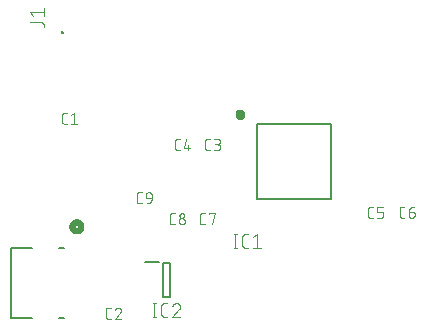
<source format=gbr>
G04 EAGLE Gerber RS-274X export*
G75*
%MOMM*%
%FSLAX34Y34*%
%LPD*%
%INSilkscreen Top*%
%IPPOS*%
%AMOC8*
5,1,8,0,0,1.08239X$1,22.5*%
G01*
%ADD10C,0.076200*%
%ADD11C,0.200000*%
%ADD12C,0.400000*%
%ADD13C,0.101600*%
%ADD14C,0.200000*%
%ADD15C,0.152400*%
%ADD16C,0.508000*%


D10*
X42818Y185661D02*
X40729Y185661D01*
X40640Y185663D01*
X40552Y185669D01*
X40464Y185678D01*
X40376Y185691D01*
X40289Y185708D01*
X40203Y185728D01*
X40118Y185753D01*
X40033Y185780D01*
X39950Y185812D01*
X39869Y185846D01*
X39789Y185885D01*
X39711Y185926D01*
X39634Y185971D01*
X39560Y186019D01*
X39487Y186070D01*
X39417Y186124D01*
X39350Y186182D01*
X39284Y186242D01*
X39222Y186304D01*
X39162Y186370D01*
X39104Y186437D01*
X39050Y186507D01*
X38999Y186580D01*
X38951Y186654D01*
X38906Y186731D01*
X38865Y186809D01*
X38826Y186889D01*
X38792Y186970D01*
X38760Y187053D01*
X38733Y187138D01*
X38708Y187223D01*
X38688Y187309D01*
X38671Y187396D01*
X38658Y187484D01*
X38649Y187572D01*
X38643Y187660D01*
X38641Y187749D01*
X38641Y192971D01*
X38643Y193062D01*
X38649Y193153D01*
X38659Y193244D01*
X38673Y193334D01*
X38690Y193423D01*
X38712Y193511D01*
X38738Y193599D01*
X38767Y193685D01*
X38800Y193770D01*
X38837Y193853D01*
X38877Y193935D01*
X38921Y194015D01*
X38968Y194093D01*
X39019Y194169D01*
X39072Y194242D01*
X39129Y194313D01*
X39190Y194382D01*
X39253Y194447D01*
X39318Y194510D01*
X39387Y194570D01*
X39458Y194628D01*
X39531Y194681D01*
X39607Y194732D01*
X39685Y194779D01*
X39765Y194823D01*
X39847Y194863D01*
X39930Y194900D01*
X40015Y194933D01*
X40101Y194962D01*
X40189Y194988D01*
X40277Y195010D01*
X40366Y195027D01*
X40456Y195041D01*
X40547Y195051D01*
X40638Y195057D01*
X40729Y195059D01*
X42818Y195059D01*
X46287Y192971D02*
X48897Y195059D01*
X48897Y185661D01*
X46287Y185661D02*
X51508Y185661D01*
X77601Y20541D02*
X79689Y20541D01*
X77601Y20541D02*
X77512Y20543D01*
X77424Y20549D01*
X77336Y20558D01*
X77248Y20571D01*
X77161Y20588D01*
X77075Y20608D01*
X76990Y20633D01*
X76905Y20660D01*
X76822Y20692D01*
X76741Y20726D01*
X76661Y20765D01*
X76583Y20806D01*
X76506Y20851D01*
X76432Y20899D01*
X76359Y20950D01*
X76289Y21004D01*
X76222Y21062D01*
X76156Y21122D01*
X76094Y21184D01*
X76034Y21250D01*
X75976Y21317D01*
X75922Y21387D01*
X75871Y21460D01*
X75823Y21534D01*
X75778Y21611D01*
X75737Y21689D01*
X75698Y21769D01*
X75664Y21850D01*
X75632Y21933D01*
X75605Y22018D01*
X75580Y22103D01*
X75560Y22189D01*
X75543Y22276D01*
X75530Y22364D01*
X75521Y22452D01*
X75515Y22540D01*
X75513Y22629D01*
X75512Y22629D02*
X75512Y27851D01*
X75513Y27851D02*
X75515Y27942D01*
X75521Y28033D01*
X75531Y28124D01*
X75545Y28214D01*
X75562Y28303D01*
X75584Y28391D01*
X75610Y28479D01*
X75639Y28565D01*
X75672Y28650D01*
X75709Y28733D01*
X75749Y28815D01*
X75793Y28895D01*
X75840Y28973D01*
X75891Y29049D01*
X75944Y29122D01*
X76001Y29193D01*
X76062Y29262D01*
X76125Y29327D01*
X76190Y29390D01*
X76259Y29450D01*
X76330Y29508D01*
X76403Y29561D01*
X76479Y29612D01*
X76557Y29659D01*
X76637Y29703D01*
X76719Y29743D01*
X76802Y29780D01*
X76887Y29813D01*
X76973Y29842D01*
X77061Y29868D01*
X77149Y29890D01*
X77238Y29907D01*
X77328Y29921D01*
X77419Y29931D01*
X77510Y29937D01*
X77601Y29939D01*
X79689Y29939D01*
X86030Y29940D02*
X86125Y29938D01*
X86219Y29932D01*
X86313Y29923D01*
X86407Y29910D01*
X86500Y29893D01*
X86592Y29872D01*
X86684Y29847D01*
X86774Y29819D01*
X86863Y29787D01*
X86951Y29752D01*
X87037Y29713D01*
X87122Y29671D01*
X87205Y29625D01*
X87286Y29576D01*
X87365Y29524D01*
X87442Y29469D01*
X87516Y29410D01*
X87588Y29349D01*
X87658Y29285D01*
X87725Y29218D01*
X87789Y29148D01*
X87850Y29076D01*
X87909Y29002D01*
X87964Y28925D01*
X88016Y28846D01*
X88065Y28765D01*
X88111Y28682D01*
X88153Y28597D01*
X88192Y28511D01*
X88227Y28423D01*
X88259Y28334D01*
X88287Y28244D01*
X88312Y28152D01*
X88333Y28060D01*
X88350Y27967D01*
X88363Y27873D01*
X88372Y27779D01*
X88378Y27685D01*
X88380Y27590D01*
X86030Y29939D02*
X85922Y29937D01*
X85813Y29931D01*
X85705Y29921D01*
X85598Y29908D01*
X85491Y29890D01*
X85384Y29869D01*
X85279Y29844D01*
X85174Y29815D01*
X85071Y29783D01*
X84969Y29746D01*
X84868Y29706D01*
X84769Y29663D01*
X84671Y29616D01*
X84575Y29565D01*
X84481Y29511D01*
X84389Y29454D01*
X84299Y29393D01*
X84211Y29329D01*
X84126Y29263D01*
X84043Y29193D01*
X83963Y29120D01*
X83885Y29044D01*
X83810Y28966D01*
X83738Y28885D01*
X83669Y28801D01*
X83603Y28715D01*
X83540Y28627D01*
X83481Y28536D01*
X83424Y28444D01*
X83371Y28349D01*
X83322Y28253D01*
X83276Y28154D01*
X83233Y28055D01*
X83194Y27953D01*
X83159Y27851D01*
X87596Y25762D02*
X87665Y25831D01*
X87731Y25902D01*
X87795Y25975D01*
X87856Y26051D01*
X87914Y26130D01*
X87968Y26210D01*
X88020Y26293D01*
X88068Y26377D01*
X88114Y26463D01*
X88155Y26551D01*
X88194Y26641D01*
X88229Y26732D01*
X88260Y26824D01*
X88288Y26917D01*
X88312Y27011D01*
X88332Y27106D01*
X88349Y27202D01*
X88362Y27299D01*
X88371Y27396D01*
X88377Y27493D01*
X88379Y27590D01*
X87596Y25762D02*
X83158Y20541D01*
X88379Y20541D01*
X161701Y163101D02*
X163789Y163101D01*
X161701Y163101D02*
X161612Y163103D01*
X161524Y163109D01*
X161436Y163118D01*
X161348Y163131D01*
X161261Y163148D01*
X161175Y163168D01*
X161090Y163193D01*
X161005Y163220D01*
X160922Y163252D01*
X160841Y163286D01*
X160761Y163325D01*
X160683Y163366D01*
X160606Y163411D01*
X160532Y163459D01*
X160459Y163510D01*
X160389Y163564D01*
X160322Y163622D01*
X160256Y163682D01*
X160194Y163744D01*
X160134Y163810D01*
X160076Y163877D01*
X160022Y163947D01*
X159971Y164020D01*
X159923Y164094D01*
X159878Y164171D01*
X159837Y164249D01*
X159798Y164329D01*
X159764Y164410D01*
X159732Y164493D01*
X159705Y164578D01*
X159680Y164663D01*
X159660Y164749D01*
X159643Y164836D01*
X159630Y164924D01*
X159621Y165012D01*
X159615Y165100D01*
X159613Y165189D01*
X159612Y165189D02*
X159612Y170411D01*
X159613Y170411D02*
X159615Y170502D01*
X159621Y170593D01*
X159631Y170684D01*
X159645Y170774D01*
X159662Y170863D01*
X159684Y170951D01*
X159710Y171039D01*
X159739Y171125D01*
X159772Y171210D01*
X159809Y171293D01*
X159849Y171375D01*
X159893Y171455D01*
X159940Y171533D01*
X159991Y171609D01*
X160044Y171682D01*
X160101Y171753D01*
X160162Y171822D01*
X160225Y171887D01*
X160290Y171950D01*
X160359Y172010D01*
X160430Y172068D01*
X160503Y172121D01*
X160579Y172172D01*
X160657Y172219D01*
X160737Y172263D01*
X160819Y172303D01*
X160902Y172340D01*
X160987Y172373D01*
X161073Y172402D01*
X161161Y172428D01*
X161249Y172450D01*
X161338Y172467D01*
X161428Y172481D01*
X161519Y172491D01*
X161610Y172497D01*
X161701Y172499D01*
X163789Y172499D01*
X167258Y163101D02*
X169868Y163101D01*
X169969Y163103D01*
X170070Y163109D01*
X170171Y163119D01*
X170271Y163132D01*
X170371Y163150D01*
X170470Y163171D01*
X170568Y163197D01*
X170665Y163226D01*
X170761Y163258D01*
X170855Y163295D01*
X170948Y163335D01*
X171040Y163379D01*
X171129Y163426D01*
X171217Y163477D01*
X171303Y163531D01*
X171386Y163588D01*
X171468Y163648D01*
X171546Y163712D01*
X171623Y163778D01*
X171696Y163848D01*
X171767Y163920D01*
X171835Y163995D01*
X171900Y164073D01*
X171962Y164153D01*
X172021Y164235D01*
X172077Y164320D01*
X172129Y164406D01*
X172178Y164495D01*
X172224Y164586D01*
X172265Y164678D01*
X172304Y164772D01*
X172338Y164867D01*
X172369Y164963D01*
X172396Y165061D01*
X172420Y165159D01*
X172439Y165259D01*
X172455Y165359D01*
X172467Y165459D01*
X172475Y165560D01*
X172479Y165661D01*
X172479Y165763D01*
X172475Y165864D01*
X172467Y165965D01*
X172455Y166065D01*
X172439Y166165D01*
X172420Y166265D01*
X172396Y166363D01*
X172369Y166461D01*
X172338Y166557D01*
X172304Y166652D01*
X172265Y166746D01*
X172224Y166838D01*
X172178Y166929D01*
X172129Y167017D01*
X172077Y167104D01*
X172021Y167189D01*
X171962Y167271D01*
X171900Y167351D01*
X171835Y167429D01*
X171767Y167504D01*
X171696Y167576D01*
X171623Y167646D01*
X171546Y167712D01*
X171468Y167776D01*
X171386Y167836D01*
X171303Y167893D01*
X171217Y167947D01*
X171129Y167998D01*
X171040Y168045D01*
X170948Y168089D01*
X170855Y168129D01*
X170761Y168166D01*
X170665Y168198D01*
X170568Y168227D01*
X170470Y168253D01*
X170371Y168274D01*
X170271Y168292D01*
X170171Y168305D01*
X170070Y168315D01*
X169969Y168321D01*
X169868Y168323D01*
X170391Y172499D02*
X167258Y172499D01*
X170391Y172499D02*
X170481Y172497D01*
X170570Y172491D01*
X170660Y172482D01*
X170749Y172468D01*
X170837Y172451D01*
X170924Y172430D01*
X171011Y172405D01*
X171096Y172376D01*
X171180Y172344D01*
X171262Y172309D01*
X171343Y172269D01*
X171422Y172227D01*
X171499Y172181D01*
X171574Y172131D01*
X171647Y172079D01*
X171718Y172023D01*
X171786Y171965D01*
X171851Y171903D01*
X171914Y171839D01*
X171974Y171772D01*
X172031Y171703D01*
X172085Y171631D01*
X172136Y171557D01*
X172184Y171481D01*
X172228Y171403D01*
X172269Y171323D01*
X172307Y171241D01*
X172341Y171158D01*
X172371Y171073D01*
X172398Y170987D01*
X172421Y170901D01*
X172440Y170813D01*
X172455Y170724D01*
X172467Y170635D01*
X172475Y170546D01*
X172479Y170456D01*
X172479Y170366D01*
X172475Y170276D01*
X172467Y170187D01*
X172455Y170098D01*
X172440Y170009D01*
X172421Y169921D01*
X172398Y169835D01*
X172371Y169749D01*
X172341Y169664D01*
X172307Y169581D01*
X172269Y169499D01*
X172228Y169419D01*
X172184Y169341D01*
X172136Y169265D01*
X172085Y169191D01*
X172031Y169119D01*
X171974Y169050D01*
X171914Y168983D01*
X171851Y168919D01*
X171786Y168857D01*
X171718Y168799D01*
X171647Y168743D01*
X171574Y168691D01*
X171499Y168641D01*
X171422Y168595D01*
X171343Y168553D01*
X171262Y168513D01*
X171180Y168478D01*
X171096Y168446D01*
X171011Y168417D01*
X170924Y168392D01*
X170837Y168371D01*
X170749Y168354D01*
X170660Y168340D01*
X170570Y168331D01*
X170481Y168325D01*
X170391Y168323D01*
X170391Y168322D02*
X168302Y168322D01*
X138389Y163101D02*
X136301Y163101D01*
X136212Y163103D01*
X136124Y163109D01*
X136036Y163118D01*
X135948Y163131D01*
X135861Y163148D01*
X135775Y163168D01*
X135690Y163193D01*
X135605Y163220D01*
X135522Y163252D01*
X135441Y163286D01*
X135361Y163325D01*
X135283Y163366D01*
X135206Y163411D01*
X135132Y163459D01*
X135059Y163510D01*
X134989Y163564D01*
X134922Y163622D01*
X134856Y163682D01*
X134794Y163744D01*
X134734Y163810D01*
X134676Y163877D01*
X134622Y163947D01*
X134571Y164020D01*
X134523Y164094D01*
X134478Y164171D01*
X134437Y164249D01*
X134398Y164329D01*
X134364Y164410D01*
X134332Y164493D01*
X134305Y164578D01*
X134280Y164663D01*
X134260Y164749D01*
X134243Y164836D01*
X134230Y164924D01*
X134221Y165012D01*
X134215Y165100D01*
X134213Y165189D01*
X134212Y165189D02*
X134212Y170411D01*
X134213Y170411D02*
X134215Y170502D01*
X134221Y170593D01*
X134231Y170684D01*
X134245Y170774D01*
X134262Y170863D01*
X134284Y170951D01*
X134310Y171039D01*
X134339Y171125D01*
X134372Y171210D01*
X134409Y171293D01*
X134449Y171375D01*
X134493Y171455D01*
X134540Y171533D01*
X134591Y171609D01*
X134644Y171682D01*
X134701Y171753D01*
X134762Y171822D01*
X134825Y171887D01*
X134890Y171950D01*
X134959Y172010D01*
X135030Y172068D01*
X135103Y172121D01*
X135179Y172172D01*
X135257Y172219D01*
X135337Y172263D01*
X135419Y172303D01*
X135502Y172340D01*
X135587Y172373D01*
X135673Y172402D01*
X135761Y172428D01*
X135849Y172450D01*
X135938Y172467D01*
X136028Y172481D01*
X136119Y172491D01*
X136210Y172497D01*
X136301Y172499D01*
X138389Y172499D01*
X143946Y172499D02*
X141858Y165189D01*
X147079Y165189D01*
X145513Y167278D02*
X145513Y163101D01*
X299789Y105951D02*
X301878Y105951D01*
X299789Y105951D02*
X299700Y105953D01*
X299612Y105959D01*
X299524Y105968D01*
X299436Y105981D01*
X299349Y105998D01*
X299263Y106018D01*
X299178Y106043D01*
X299093Y106070D01*
X299010Y106102D01*
X298929Y106136D01*
X298849Y106175D01*
X298771Y106216D01*
X298694Y106261D01*
X298620Y106309D01*
X298547Y106360D01*
X298477Y106414D01*
X298410Y106472D01*
X298344Y106532D01*
X298282Y106594D01*
X298222Y106660D01*
X298164Y106727D01*
X298110Y106797D01*
X298059Y106870D01*
X298011Y106944D01*
X297966Y107021D01*
X297925Y107099D01*
X297886Y107179D01*
X297852Y107260D01*
X297820Y107343D01*
X297793Y107428D01*
X297768Y107513D01*
X297748Y107599D01*
X297731Y107686D01*
X297718Y107774D01*
X297709Y107862D01*
X297703Y107950D01*
X297701Y108039D01*
X297701Y113261D01*
X297703Y113352D01*
X297709Y113443D01*
X297719Y113534D01*
X297733Y113624D01*
X297750Y113713D01*
X297772Y113801D01*
X297798Y113889D01*
X297827Y113975D01*
X297860Y114060D01*
X297897Y114143D01*
X297937Y114225D01*
X297981Y114305D01*
X298028Y114383D01*
X298079Y114459D01*
X298132Y114532D01*
X298189Y114603D01*
X298250Y114672D01*
X298313Y114737D01*
X298378Y114800D01*
X298447Y114860D01*
X298518Y114918D01*
X298591Y114971D01*
X298667Y115022D01*
X298745Y115069D01*
X298825Y115113D01*
X298907Y115153D01*
X298990Y115190D01*
X299075Y115223D01*
X299161Y115252D01*
X299249Y115278D01*
X299337Y115300D01*
X299426Y115317D01*
X299516Y115331D01*
X299607Y115341D01*
X299698Y115347D01*
X299789Y115349D01*
X301878Y115349D01*
X305347Y105951D02*
X308479Y105951D01*
X308568Y105953D01*
X308656Y105959D01*
X308744Y105968D01*
X308832Y105981D01*
X308919Y105998D01*
X309005Y106018D01*
X309090Y106043D01*
X309175Y106070D01*
X309258Y106102D01*
X309339Y106136D01*
X309419Y106175D01*
X309497Y106216D01*
X309574Y106261D01*
X309648Y106309D01*
X309721Y106360D01*
X309791Y106414D01*
X309858Y106472D01*
X309924Y106532D01*
X309986Y106594D01*
X310046Y106660D01*
X310104Y106727D01*
X310158Y106797D01*
X310209Y106870D01*
X310257Y106944D01*
X310302Y107021D01*
X310343Y107099D01*
X310382Y107179D01*
X310416Y107260D01*
X310448Y107343D01*
X310475Y107428D01*
X310500Y107513D01*
X310520Y107599D01*
X310537Y107686D01*
X310550Y107774D01*
X310559Y107862D01*
X310565Y107950D01*
X310567Y108039D01*
X310568Y108039D02*
X310568Y109084D01*
X310567Y109084D02*
X310565Y109173D01*
X310559Y109261D01*
X310550Y109349D01*
X310537Y109437D01*
X310520Y109524D01*
X310500Y109610D01*
X310475Y109695D01*
X310448Y109780D01*
X310416Y109863D01*
X310382Y109944D01*
X310343Y110024D01*
X310302Y110102D01*
X310257Y110179D01*
X310209Y110253D01*
X310158Y110326D01*
X310104Y110396D01*
X310046Y110463D01*
X309986Y110529D01*
X309924Y110591D01*
X309858Y110651D01*
X309791Y110709D01*
X309721Y110763D01*
X309648Y110814D01*
X309574Y110862D01*
X309497Y110907D01*
X309419Y110948D01*
X309339Y110987D01*
X309258Y111021D01*
X309175Y111053D01*
X309090Y111080D01*
X309005Y111105D01*
X308919Y111125D01*
X308832Y111142D01*
X308744Y111155D01*
X308656Y111164D01*
X308568Y111170D01*
X308479Y111172D01*
X305347Y111172D01*
X305347Y115349D01*
X310568Y115349D01*
X326459Y105951D02*
X328548Y105951D01*
X326459Y105951D02*
X326370Y105953D01*
X326282Y105959D01*
X326194Y105968D01*
X326106Y105981D01*
X326019Y105998D01*
X325933Y106018D01*
X325848Y106043D01*
X325763Y106070D01*
X325680Y106102D01*
X325599Y106136D01*
X325519Y106175D01*
X325441Y106216D01*
X325364Y106261D01*
X325290Y106309D01*
X325217Y106360D01*
X325147Y106414D01*
X325080Y106472D01*
X325014Y106532D01*
X324952Y106594D01*
X324892Y106660D01*
X324834Y106727D01*
X324780Y106797D01*
X324729Y106870D01*
X324681Y106944D01*
X324636Y107021D01*
X324595Y107099D01*
X324556Y107179D01*
X324522Y107260D01*
X324490Y107343D01*
X324463Y107428D01*
X324438Y107513D01*
X324418Y107599D01*
X324401Y107686D01*
X324388Y107774D01*
X324379Y107862D01*
X324373Y107950D01*
X324371Y108039D01*
X324371Y113261D01*
X324373Y113352D01*
X324379Y113443D01*
X324389Y113534D01*
X324403Y113624D01*
X324420Y113713D01*
X324442Y113801D01*
X324468Y113889D01*
X324497Y113975D01*
X324530Y114060D01*
X324567Y114143D01*
X324607Y114225D01*
X324651Y114305D01*
X324698Y114383D01*
X324749Y114459D01*
X324802Y114532D01*
X324859Y114603D01*
X324920Y114672D01*
X324983Y114737D01*
X325048Y114800D01*
X325117Y114860D01*
X325188Y114918D01*
X325261Y114971D01*
X325337Y115022D01*
X325415Y115069D01*
X325495Y115113D01*
X325577Y115153D01*
X325660Y115190D01*
X325745Y115223D01*
X325831Y115252D01*
X325919Y115278D01*
X326007Y115300D01*
X326096Y115317D01*
X326186Y115331D01*
X326277Y115341D01*
X326368Y115347D01*
X326459Y115349D01*
X328548Y115349D01*
X332017Y111172D02*
X335149Y111172D01*
X335238Y111170D01*
X335326Y111164D01*
X335414Y111155D01*
X335502Y111142D01*
X335589Y111125D01*
X335675Y111105D01*
X335760Y111080D01*
X335845Y111053D01*
X335928Y111021D01*
X336009Y110987D01*
X336089Y110948D01*
X336167Y110907D01*
X336244Y110862D01*
X336318Y110814D01*
X336391Y110763D01*
X336461Y110709D01*
X336528Y110651D01*
X336594Y110591D01*
X336656Y110529D01*
X336716Y110463D01*
X336774Y110396D01*
X336828Y110326D01*
X336879Y110253D01*
X336927Y110179D01*
X336972Y110102D01*
X337013Y110024D01*
X337052Y109944D01*
X337086Y109863D01*
X337118Y109780D01*
X337145Y109695D01*
X337170Y109610D01*
X337190Y109524D01*
X337207Y109437D01*
X337220Y109349D01*
X337229Y109261D01*
X337235Y109173D01*
X337237Y109084D01*
X337238Y109084D02*
X337238Y108562D01*
X337236Y108461D01*
X337230Y108360D01*
X337220Y108259D01*
X337207Y108159D01*
X337189Y108059D01*
X337168Y107960D01*
X337142Y107862D01*
X337113Y107765D01*
X337081Y107669D01*
X337044Y107575D01*
X337004Y107482D01*
X336960Y107390D01*
X336913Y107301D01*
X336862Y107213D01*
X336808Y107127D01*
X336751Y107044D01*
X336691Y106962D01*
X336627Y106884D01*
X336561Y106807D01*
X336491Y106734D01*
X336419Y106663D01*
X336344Y106595D01*
X336266Y106530D01*
X336186Y106468D01*
X336104Y106409D01*
X336019Y106353D01*
X335932Y106301D01*
X335844Y106252D01*
X335753Y106206D01*
X335661Y106165D01*
X335567Y106126D01*
X335472Y106092D01*
X335376Y106061D01*
X335278Y106034D01*
X335180Y106010D01*
X335080Y105991D01*
X334980Y105975D01*
X334880Y105963D01*
X334779Y105955D01*
X334678Y105951D01*
X334576Y105951D01*
X334475Y105955D01*
X334374Y105963D01*
X334274Y105975D01*
X334174Y105991D01*
X334074Y106010D01*
X333976Y106034D01*
X333878Y106061D01*
X333782Y106092D01*
X333687Y106126D01*
X333593Y106165D01*
X333501Y106206D01*
X333410Y106252D01*
X333322Y106301D01*
X333235Y106353D01*
X333150Y106409D01*
X333068Y106468D01*
X332988Y106530D01*
X332910Y106595D01*
X332835Y106663D01*
X332763Y106734D01*
X332693Y106807D01*
X332627Y106884D01*
X332563Y106962D01*
X332503Y107044D01*
X332446Y107127D01*
X332392Y107213D01*
X332341Y107301D01*
X332294Y107390D01*
X332250Y107482D01*
X332210Y107575D01*
X332173Y107669D01*
X332141Y107765D01*
X332112Y107862D01*
X332086Y107960D01*
X332065Y108059D01*
X332047Y108159D01*
X332034Y108259D01*
X332024Y108360D01*
X332018Y108461D01*
X332016Y108562D01*
X332017Y108562D02*
X332017Y111172D01*
X332019Y111301D01*
X332025Y111429D01*
X332035Y111557D01*
X332049Y111685D01*
X332066Y111813D01*
X332088Y111940D01*
X332114Y112066D01*
X332143Y112191D01*
X332176Y112315D01*
X332214Y112438D01*
X332254Y112560D01*
X332299Y112681D01*
X332347Y112800D01*
X332399Y112918D01*
X332455Y113034D01*
X332514Y113148D01*
X332577Y113260D01*
X332643Y113371D01*
X332712Y113479D01*
X332785Y113585D01*
X332861Y113689D01*
X332940Y113791D01*
X333022Y113890D01*
X333107Y113986D01*
X333195Y114080D01*
X333286Y114171D01*
X333380Y114259D01*
X333476Y114344D01*
X333575Y114426D01*
X333677Y114505D01*
X333781Y114581D01*
X333887Y114654D01*
X333995Y114723D01*
X334105Y114789D01*
X334218Y114852D01*
X334332Y114911D01*
X334448Y114967D01*
X334566Y115019D01*
X334685Y115067D01*
X334806Y115112D01*
X334928Y115152D01*
X335051Y115190D01*
X335175Y115223D01*
X335300Y115252D01*
X335426Y115278D01*
X335553Y115300D01*
X335681Y115317D01*
X335809Y115331D01*
X335937Y115341D01*
X336065Y115347D01*
X336194Y115349D01*
X159358Y100551D02*
X157269Y100551D01*
X157180Y100553D01*
X157092Y100559D01*
X157004Y100568D01*
X156916Y100581D01*
X156829Y100598D01*
X156743Y100618D01*
X156658Y100643D01*
X156573Y100670D01*
X156490Y100702D01*
X156409Y100736D01*
X156329Y100775D01*
X156251Y100816D01*
X156174Y100861D01*
X156100Y100909D01*
X156027Y100960D01*
X155957Y101014D01*
X155890Y101072D01*
X155824Y101132D01*
X155762Y101194D01*
X155702Y101260D01*
X155644Y101327D01*
X155590Y101397D01*
X155539Y101470D01*
X155491Y101544D01*
X155446Y101621D01*
X155405Y101699D01*
X155366Y101779D01*
X155332Y101860D01*
X155300Y101943D01*
X155273Y102028D01*
X155248Y102113D01*
X155228Y102199D01*
X155211Y102286D01*
X155198Y102374D01*
X155189Y102462D01*
X155183Y102550D01*
X155181Y102639D01*
X155181Y107861D01*
X155183Y107952D01*
X155189Y108043D01*
X155199Y108134D01*
X155213Y108224D01*
X155230Y108313D01*
X155252Y108401D01*
X155278Y108489D01*
X155307Y108575D01*
X155340Y108660D01*
X155377Y108743D01*
X155417Y108825D01*
X155461Y108905D01*
X155508Y108983D01*
X155559Y109059D01*
X155612Y109132D01*
X155669Y109203D01*
X155730Y109272D01*
X155793Y109337D01*
X155858Y109400D01*
X155927Y109460D01*
X155998Y109518D01*
X156071Y109571D01*
X156147Y109622D01*
X156225Y109669D01*
X156305Y109713D01*
X156387Y109753D01*
X156470Y109790D01*
X156555Y109823D01*
X156641Y109852D01*
X156729Y109878D01*
X156817Y109900D01*
X156906Y109917D01*
X156996Y109931D01*
X157087Y109941D01*
X157178Y109947D01*
X157269Y109949D01*
X159358Y109949D01*
X162827Y109949D02*
X162827Y108905D01*
X162827Y109949D02*
X168048Y109949D01*
X165437Y100551D01*
X133958Y100551D02*
X131869Y100551D01*
X131780Y100553D01*
X131692Y100559D01*
X131604Y100568D01*
X131516Y100581D01*
X131429Y100598D01*
X131343Y100618D01*
X131258Y100643D01*
X131173Y100670D01*
X131090Y100702D01*
X131009Y100736D01*
X130929Y100775D01*
X130851Y100816D01*
X130774Y100861D01*
X130700Y100909D01*
X130627Y100960D01*
X130557Y101014D01*
X130490Y101072D01*
X130424Y101132D01*
X130362Y101194D01*
X130302Y101260D01*
X130244Y101327D01*
X130190Y101397D01*
X130139Y101470D01*
X130091Y101544D01*
X130046Y101621D01*
X130005Y101699D01*
X129966Y101779D01*
X129932Y101860D01*
X129900Y101943D01*
X129873Y102028D01*
X129848Y102113D01*
X129828Y102199D01*
X129811Y102286D01*
X129798Y102374D01*
X129789Y102462D01*
X129783Y102550D01*
X129781Y102639D01*
X129781Y107861D01*
X129783Y107950D01*
X129789Y108038D01*
X129798Y108126D01*
X129811Y108214D01*
X129828Y108301D01*
X129848Y108387D01*
X129873Y108472D01*
X129900Y108557D01*
X129932Y108640D01*
X129966Y108721D01*
X130005Y108801D01*
X130046Y108879D01*
X130091Y108956D01*
X130139Y109030D01*
X130190Y109103D01*
X130244Y109173D01*
X130302Y109240D01*
X130362Y109306D01*
X130424Y109368D01*
X130490Y109428D01*
X130557Y109486D01*
X130627Y109540D01*
X130700Y109591D01*
X130774Y109639D01*
X130851Y109684D01*
X130929Y109725D01*
X131009Y109764D01*
X131090Y109798D01*
X131173Y109830D01*
X131258Y109857D01*
X131343Y109882D01*
X131429Y109902D01*
X131516Y109919D01*
X131604Y109932D01*
X131692Y109941D01*
X131780Y109947D01*
X131869Y109949D01*
X133958Y109949D01*
X137426Y103162D02*
X137428Y103263D01*
X137434Y103364D01*
X137444Y103465D01*
X137457Y103565D01*
X137475Y103665D01*
X137496Y103764D01*
X137522Y103862D01*
X137551Y103959D01*
X137583Y104055D01*
X137620Y104149D01*
X137660Y104242D01*
X137704Y104334D01*
X137751Y104423D01*
X137802Y104511D01*
X137856Y104597D01*
X137913Y104680D01*
X137973Y104762D01*
X138037Y104840D01*
X138103Y104917D01*
X138173Y104990D01*
X138245Y105061D01*
X138320Y105129D01*
X138398Y105194D01*
X138478Y105256D01*
X138560Y105315D01*
X138645Y105371D01*
X138732Y105423D01*
X138820Y105472D01*
X138911Y105518D01*
X139003Y105559D01*
X139097Y105598D01*
X139192Y105632D01*
X139288Y105663D01*
X139386Y105690D01*
X139484Y105714D01*
X139584Y105733D01*
X139684Y105749D01*
X139784Y105761D01*
X139885Y105769D01*
X139986Y105773D01*
X140088Y105773D01*
X140189Y105769D01*
X140290Y105761D01*
X140390Y105749D01*
X140490Y105733D01*
X140590Y105714D01*
X140688Y105690D01*
X140786Y105663D01*
X140882Y105632D01*
X140977Y105598D01*
X141071Y105559D01*
X141163Y105518D01*
X141254Y105472D01*
X141343Y105423D01*
X141429Y105371D01*
X141514Y105315D01*
X141596Y105256D01*
X141676Y105194D01*
X141754Y105129D01*
X141829Y105061D01*
X141901Y104990D01*
X141971Y104917D01*
X142037Y104840D01*
X142101Y104762D01*
X142161Y104680D01*
X142218Y104597D01*
X142272Y104511D01*
X142323Y104423D01*
X142370Y104334D01*
X142414Y104242D01*
X142454Y104149D01*
X142491Y104055D01*
X142523Y103959D01*
X142552Y103862D01*
X142578Y103764D01*
X142599Y103665D01*
X142617Y103565D01*
X142630Y103465D01*
X142640Y103364D01*
X142646Y103263D01*
X142648Y103162D01*
X142646Y103061D01*
X142640Y102960D01*
X142630Y102859D01*
X142617Y102759D01*
X142599Y102659D01*
X142578Y102560D01*
X142552Y102462D01*
X142523Y102365D01*
X142491Y102269D01*
X142454Y102175D01*
X142414Y102082D01*
X142370Y101990D01*
X142323Y101901D01*
X142272Y101813D01*
X142218Y101727D01*
X142161Y101644D01*
X142101Y101562D01*
X142037Y101484D01*
X141971Y101407D01*
X141901Y101334D01*
X141829Y101263D01*
X141754Y101195D01*
X141676Y101130D01*
X141596Y101068D01*
X141514Y101009D01*
X141429Y100953D01*
X141342Y100901D01*
X141254Y100852D01*
X141163Y100806D01*
X141071Y100765D01*
X140977Y100726D01*
X140882Y100692D01*
X140786Y100661D01*
X140688Y100634D01*
X140590Y100610D01*
X140490Y100591D01*
X140390Y100575D01*
X140290Y100563D01*
X140189Y100555D01*
X140088Y100551D01*
X139986Y100551D01*
X139885Y100555D01*
X139784Y100563D01*
X139684Y100575D01*
X139584Y100591D01*
X139484Y100610D01*
X139386Y100634D01*
X139288Y100661D01*
X139192Y100692D01*
X139097Y100726D01*
X139003Y100765D01*
X138911Y100806D01*
X138820Y100852D01*
X138732Y100901D01*
X138645Y100953D01*
X138560Y101009D01*
X138478Y101068D01*
X138398Y101130D01*
X138320Y101195D01*
X138245Y101263D01*
X138173Y101334D01*
X138103Y101407D01*
X138037Y101484D01*
X137973Y101562D01*
X137913Y101644D01*
X137856Y101727D01*
X137802Y101813D01*
X137751Y101901D01*
X137704Y101990D01*
X137660Y102082D01*
X137620Y102175D01*
X137583Y102269D01*
X137551Y102365D01*
X137522Y102462D01*
X137496Y102560D01*
X137475Y102659D01*
X137457Y102759D01*
X137444Y102859D01*
X137434Y102960D01*
X137428Y103061D01*
X137426Y103162D01*
X137949Y107861D02*
X137951Y107951D01*
X137957Y108040D01*
X137966Y108130D01*
X137980Y108219D01*
X137997Y108307D01*
X138018Y108394D01*
X138043Y108481D01*
X138072Y108566D01*
X138104Y108650D01*
X138139Y108732D01*
X138179Y108813D01*
X138221Y108892D01*
X138267Y108969D01*
X138317Y109044D01*
X138369Y109117D01*
X138425Y109188D01*
X138483Y109256D01*
X138545Y109321D01*
X138609Y109384D01*
X138676Y109444D01*
X138745Y109501D01*
X138817Y109555D01*
X138891Y109606D01*
X138967Y109654D01*
X139045Y109698D01*
X139125Y109739D01*
X139207Y109777D01*
X139290Y109811D01*
X139375Y109841D01*
X139461Y109868D01*
X139547Y109891D01*
X139635Y109910D01*
X139724Y109925D01*
X139813Y109937D01*
X139902Y109945D01*
X139992Y109949D01*
X140082Y109949D01*
X140172Y109945D01*
X140261Y109937D01*
X140350Y109925D01*
X140439Y109910D01*
X140527Y109891D01*
X140613Y109868D01*
X140699Y109841D01*
X140784Y109811D01*
X140867Y109777D01*
X140949Y109739D01*
X141029Y109698D01*
X141107Y109654D01*
X141183Y109606D01*
X141257Y109555D01*
X141329Y109501D01*
X141398Y109444D01*
X141465Y109384D01*
X141529Y109321D01*
X141591Y109256D01*
X141649Y109188D01*
X141705Y109117D01*
X141757Y109044D01*
X141807Y108969D01*
X141853Y108892D01*
X141895Y108813D01*
X141935Y108732D01*
X141970Y108650D01*
X142002Y108566D01*
X142031Y108481D01*
X142056Y108394D01*
X142077Y108307D01*
X142094Y108219D01*
X142108Y108130D01*
X142117Y108040D01*
X142123Y107951D01*
X142125Y107861D01*
X142123Y107771D01*
X142117Y107682D01*
X142108Y107592D01*
X142094Y107503D01*
X142077Y107415D01*
X142056Y107328D01*
X142031Y107241D01*
X142002Y107156D01*
X141970Y107072D01*
X141935Y106990D01*
X141895Y106909D01*
X141853Y106830D01*
X141807Y106753D01*
X141757Y106678D01*
X141705Y106605D01*
X141649Y106534D01*
X141591Y106466D01*
X141529Y106401D01*
X141465Y106338D01*
X141398Y106278D01*
X141329Y106221D01*
X141257Y106167D01*
X141183Y106116D01*
X141107Y106068D01*
X141029Y106024D01*
X140949Y105983D01*
X140867Y105945D01*
X140784Y105911D01*
X140699Y105881D01*
X140613Y105854D01*
X140527Y105831D01*
X140439Y105812D01*
X140350Y105797D01*
X140261Y105785D01*
X140172Y105777D01*
X140082Y105773D01*
X139992Y105773D01*
X139902Y105777D01*
X139813Y105785D01*
X139724Y105797D01*
X139635Y105812D01*
X139547Y105831D01*
X139461Y105854D01*
X139375Y105881D01*
X139290Y105911D01*
X139207Y105945D01*
X139125Y105983D01*
X139045Y106024D01*
X138967Y106068D01*
X138891Y106116D01*
X138817Y106167D01*
X138745Y106221D01*
X138676Y106278D01*
X138609Y106338D01*
X138545Y106401D01*
X138483Y106466D01*
X138425Y106534D01*
X138369Y106605D01*
X138317Y106678D01*
X138267Y106753D01*
X138221Y106830D01*
X138179Y106909D01*
X138139Y106990D01*
X138104Y107072D01*
X138072Y107156D01*
X138043Y107241D01*
X138018Y107328D01*
X137997Y107415D01*
X137980Y107503D01*
X137966Y107592D01*
X137957Y107682D01*
X137951Y107771D01*
X137949Y107861D01*
D11*
X203450Y185170D02*
X266450Y185170D01*
X266450Y122170D01*
X203450Y122170D01*
X203450Y185170D01*
D12*
X187200Y193670D02*
X187202Y193759D01*
X187208Y193848D01*
X187218Y193937D01*
X187232Y194025D01*
X187249Y194112D01*
X187271Y194198D01*
X187297Y194284D01*
X187326Y194368D01*
X187359Y194451D01*
X187395Y194532D01*
X187436Y194612D01*
X187479Y194689D01*
X187526Y194765D01*
X187577Y194838D01*
X187630Y194909D01*
X187687Y194978D01*
X187747Y195044D01*
X187810Y195108D01*
X187875Y195168D01*
X187943Y195226D01*
X188014Y195280D01*
X188087Y195331D01*
X188162Y195379D01*
X188239Y195424D01*
X188318Y195465D01*
X188399Y195502D01*
X188481Y195536D01*
X188565Y195567D01*
X188650Y195593D01*
X188736Y195616D01*
X188823Y195634D01*
X188911Y195649D01*
X189000Y195660D01*
X189089Y195667D01*
X189178Y195670D01*
X189267Y195669D01*
X189356Y195664D01*
X189444Y195655D01*
X189533Y195642D01*
X189620Y195625D01*
X189707Y195605D01*
X189793Y195580D01*
X189877Y195552D01*
X189960Y195520D01*
X190042Y195484D01*
X190122Y195445D01*
X190200Y195402D01*
X190276Y195356D01*
X190350Y195306D01*
X190422Y195253D01*
X190491Y195197D01*
X190558Y195138D01*
X190622Y195076D01*
X190683Y195012D01*
X190742Y194944D01*
X190797Y194874D01*
X190849Y194802D01*
X190898Y194727D01*
X190943Y194651D01*
X190985Y194572D01*
X191023Y194492D01*
X191058Y194410D01*
X191089Y194326D01*
X191117Y194241D01*
X191140Y194155D01*
X191160Y194068D01*
X191176Y193981D01*
X191188Y193892D01*
X191196Y193804D01*
X191200Y193715D01*
X191200Y193625D01*
X191196Y193536D01*
X191188Y193448D01*
X191176Y193359D01*
X191160Y193272D01*
X191140Y193185D01*
X191117Y193099D01*
X191089Y193014D01*
X191058Y192930D01*
X191023Y192848D01*
X190985Y192768D01*
X190943Y192689D01*
X190898Y192613D01*
X190849Y192538D01*
X190797Y192466D01*
X190742Y192396D01*
X190683Y192328D01*
X190622Y192264D01*
X190558Y192202D01*
X190491Y192143D01*
X190422Y192087D01*
X190350Y192034D01*
X190276Y191984D01*
X190200Y191938D01*
X190122Y191895D01*
X190042Y191856D01*
X189960Y191820D01*
X189877Y191788D01*
X189793Y191760D01*
X189707Y191735D01*
X189620Y191715D01*
X189533Y191698D01*
X189444Y191685D01*
X189356Y191676D01*
X189267Y191671D01*
X189178Y191670D01*
X189089Y191673D01*
X189000Y191680D01*
X188911Y191691D01*
X188823Y191706D01*
X188736Y191724D01*
X188650Y191747D01*
X188565Y191773D01*
X188481Y191804D01*
X188399Y191838D01*
X188318Y191875D01*
X188239Y191916D01*
X188162Y191961D01*
X188087Y192009D01*
X188014Y192060D01*
X187943Y192114D01*
X187875Y192172D01*
X187810Y192232D01*
X187747Y192296D01*
X187687Y192362D01*
X187630Y192431D01*
X187577Y192502D01*
X187526Y192575D01*
X187479Y192651D01*
X187436Y192728D01*
X187395Y192808D01*
X187359Y192889D01*
X187326Y192972D01*
X187297Y193056D01*
X187271Y193142D01*
X187249Y193228D01*
X187232Y193315D01*
X187218Y193403D01*
X187208Y193492D01*
X187202Y193581D01*
X187200Y193670D01*
D13*
X185272Y92202D02*
X185272Y80518D01*
X183974Y80518D02*
X186570Y80518D01*
X186570Y92202D02*
X183974Y92202D01*
X193734Y80518D02*
X196330Y80518D01*
X193734Y80518D02*
X193635Y80520D01*
X193535Y80526D01*
X193436Y80535D01*
X193338Y80548D01*
X193240Y80565D01*
X193142Y80586D01*
X193046Y80611D01*
X192951Y80639D01*
X192857Y80671D01*
X192764Y80706D01*
X192672Y80745D01*
X192582Y80788D01*
X192494Y80833D01*
X192407Y80883D01*
X192323Y80935D01*
X192240Y80991D01*
X192160Y81049D01*
X192082Y81111D01*
X192007Y81176D01*
X191934Y81244D01*
X191864Y81314D01*
X191796Y81387D01*
X191731Y81462D01*
X191669Y81540D01*
X191611Y81620D01*
X191555Y81703D01*
X191503Y81787D01*
X191453Y81874D01*
X191408Y81962D01*
X191365Y82052D01*
X191326Y82144D01*
X191291Y82237D01*
X191259Y82331D01*
X191231Y82426D01*
X191206Y82522D01*
X191185Y82620D01*
X191168Y82718D01*
X191155Y82816D01*
X191146Y82915D01*
X191140Y83015D01*
X191138Y83114D01*
X191137Y83114D02*
X191137Y89606D01*
X191138Y89606D02*
X191140Y89705D01*
X191146Y89805D01*
X191155Y89904D01*
X191168Y90002D01*
X191185Y90100D01*
X191206Y90198D01*
X191231Y90294D01*
X191259Y90389D01*
X191291Y90483D01*
X191326Y90576D01*
X191365Y90668D01*
X191408Y90758D01*
X191453Y90846D01*
X191503Y90933D01*
X191555Y91017D01*
X191611Y91100D01*
X191669Y91180D01*
X191731Y91258D01*
X191796Y91333D01*
X191864Y91406D01*
X191934Y91476D01*
X192007Y91544D01*
X192082Y91609D01*
X192160Y91671D01*
X192240Y91729D01*
X192323Y91785D01*
X192407Y91837D01*
X192494Y91887D01*
X192582Y91932D01*
X192672Y91975D01*
X192764Y92014D01*
X192856Y92049D01*
X192951Y92081D01*
X193046Y92109D01*
X193142Y92134D01*
X193240Y92155D01*
X193338Y92172D01*
X193436Y92185D01*
X193535Y92194D01*
X193635Y92200D01*
X193734Y92202D01*
X196330Y92202D01*
X200695Y89606D02*
X203941Y92202D01*
X203941Y80518D01*
X207186Y80518D02*
X200695Y80518D01*
D11*
X130000Y67840D02*
X124000Y67840D01*
X130000Y67840D02*
X130000Y38840D01*
X124000Y38840D01*
X124000Y67840D01*
X120500Y68340D02*
X108500Y68340D01*
D13*
X116692Y33782D02*
X116692Y22098D01*
X115394Y22098D02*
X117990Y22098D01*
X117990Y33782D02*
X115394Y33782D01*
X125154Y22098D02*
X127750Y22098D01*
X125154Y22098D02*
X125055Y22100D01*
X124955Y22106D01*
X124856Y22115D01*
X124758Y22128D01*
X124660Y22145D01*
X124562Y22166D01*
X124466Y22191D01*
X124371Y22219D01*
X124277Y22251D01*
X124184Y22286D01*
X124092Y22325D01*
X124002Y22368D01*
X123914Y22413D01*
X123827Y22463D01*
X123743Y22515D01*
X123660Y22571D01*
X123580Y22629D01*
X123502Y22691D01*
X123427Y22756D01*
X123354Y22824D01*
X123284Y22894D01*
X123216Y22967D01*
X123151Y23042D01*
X123089Y23120D01*
X123031Y23200D01*
X122975Y23283D01*
X122923Y23367D01*
X122873Y23454D01*
X122828Y23542D01*
X122785Y23632D01*
X122746Y23724D01*
X122711Y23817D01*
X122679Y23911D01*
X122651Y24006D01*
X122626Y24102D01*
X122605Y24200D01*
X122588Y24298D01*
X122575Y24396D01*
X122566Y24495D01*
X122560Y24595D01*
X122558Y24694D01*
X122557Y24694D02*
X122557Y31186D01*
X122558Y31186D02*
X122560Y31285D01*
X122566Y31385D01*
X122575Y31484D01*
X122588Y31582D01*
X122605Y31680D01*
X122626Y31778D01*
X122651Y31874D01*
X122679Y31969D01*
X122711Y32063D01*
X122746Y32156D01*
X122785Y32248D01*
X122828Y32338D01*
X122873Y32426D01*
X122923Y32513D01*
X122975Y32597D01*
X123031Y32680D01*
X123089Y32760D01*
X123151Y32838D01*
X123216Y32913D01*
X123284Y32986D01*
X123354Y33056D01*
X123427Y33124D01*
X123502Y33189D01*
X123580Y33251D01*
X123660Y33309D01*
X123743Y33365D01*
X123827Y33417D01*
X123914Y33467D01*
X124002Y33512D01*
X124092Y33555D01*
X124184Y33594D01*
X124276Y33629D01*
X124371Y33661D01*
X124466Y33689D01*
X124562Y33714D01*
X124660Y33735D01*
X124758Y33752D01*
X124856Y33765D01*
X124955Y33774D01*
X125055Y33780D01*
X125154Y33782D01*
X127750Y33782D01*
X135685Y33782D02*
X135792Y33780D01*
X135898Y33774D01*
X136004Y33764D01*
X136110Y33751D01*
X136216Y33733D01*
X136320Y33712D01*
X136424Y33687D01*
X136527Y33658D01*
X136628Y33626D01*
X136728Y33589D01*
X136827Y33549D01*
X136925Y33506D01*
X137021Y33459D01*
X137115Y33408D01*
X137207Y33354D01*
X137297Y33297D01*
X137385Y33237D01*
X137470Y33173D01*
X137553Y33106D01*
X137634Y33036D01*
X137712Y32964D01*
X137788Y32888D01*
X137860Y32810D01*
X137930Y32729D01*
X137997Y32646D01*
X138061Y32561D01*
X138121Y32473D01*
X138178Y32383D01*
X138232Y32291D01*
X138283Y32197D01*
X138330Y32101D01*
X138373Y32003D01*
X138413Y31904D01*
X138450Y31804D01*
X138482Y31703D01*
X138511Y31600D01*
X138536Y31496D01*
X138557Y31392D01*
X138575Y31286D01*
X138588Y31180D01*
X138598Y31074D01*
X138604Y30968D01*
X138606Y30861D01*
X135685Y33782D02*
X135564Y33780D01*
X135443Y33774D01*
X135323Y33764D01*
X135202Y33751D01*
X135083Y33733D01*
X134963Y33712D01*
X134845Y33687D01*
X134728Y33658D01*
X134611Y33625D01*
X134496Y33589D01*
X134382Y33548D01*
X134269Y33505D01*
X134157Y33457D01*
X134048Y33406D01*
X133940Y33351D01*
X133833Y33293D01*
X133729Y33232D01*
X133627Y33167D01*
X133527Y33099D01*
X133429Y33028D01*
X133333Y32954D01*
X133240Y32877D01*
X133150Y32796D01*
X133062Y32713D01*
X132977Y32627D01*
X132894Y32538D01*
X132815Y32447D01*
X132738Y32353D01*
X132665Y32257D01*
X132595Y32159D01*
X132528Y32058D01*
X132464Y31955D01*
X132404Y31850D01*
X132347Y31743D01*
X132293Y31635D01*
X132243Y31525D01*
X132197Y31413D01*
X132154Y31300D01*
X132115Y31185D01*
X137633Y28589D02*
X137712Y28666D01*
X137788Y28747D01*
X137861Y28830D01*
X137931Y28915D01*
X137998Y29003D01*
X138062Y29093D01*
X138122Y29185D01*
X138179Y29280D01*
X138233Y29376D01*
X138284Y29474D01*
X138331Y29574D01*
X138375Y29676D01*
X138415Y29779D01*
X138451Y29883D01*
X138483Y29989D01*
X138512Y30095D01*
X138537Y30203D01*
X138559Y30311D01*
X138576Y30421D01*
X138590Y30530D01*
X138599Y30640D01*
X138605Y30751D01*
X138607Y30861D01*
X137633Y28589D02*
X132115Y22098D01*
X138606Y22098D01*
D14*
X38960Y263490D03*
D11*
X38916Y263488D01*
X38873Y263482D01*
X38831Y263473D01*
X38789Y263460D01*
X38749Y263443D01*
X38710Y263423D01*
X38673Y263400D01*
X38639Y263373D01*
X38606Y263344D01*
X38577Y263311D01*
X38550Y263277D01*
X38527Y263240D01*
X38507Y263201D01*
X38490Y263161D01*
X38477Y263119D01*
X38468Y263077D01*
X38462Y263034D01*
X38460Y262990D01*
X38462Y262946D01*
X38468Y262903D01*
X38477Y262861D01*
X38490Y262819D01*
X38507Y262779D01*
X38527Y262740D01*
X38550Y262703D01*
X38577Y262669D01*
X38606Y262636D01*
X38639Y262607D01*
X38673Y262580D01*
X38710Y262557D01*
X38749Y262537D01*
X38789Y262520D01*
X38831Y262507D01*
X38873Y262498D01*
X38916Y262492D01*
X38960Y262490D01*
D14*
X38960Y262490D03*
D11*
X39004Y262492D01*
X39047Y262498D01*
X39089Y262507D01*
X39131Y262520D01*
X39171Y262537D01*
X39210Y262557D01*
X39247Y262580D01*
X39281Y262607D01*
X39314Y262636D01*
X39343Y262669D01*
X39370Y262703D01*
X39393Y262740D01*
X39413Y262779D01*
X39430Y262819D01*
X39443Y262861D01*
X39452Y262903D01*
X39458Y262946D01*
X39460Y262990D01*
X39458Y263034D01*
X39452Y263077D01*
X39443Y263119D01*
X39430Y263161D01*
X39413Y263201D01*
X39393Y263240D01*
X39370Y263277D01*
X39343Y263311D01*
X39314Y263344D01*
X39281Y263373D01*
X39247Y263400D01*
X39210Y263423D01*
X39171Y263443D01*
X39131Y263460D01*
X39089Y263473D01*
X39047Y263482D01*
X39004Y263488D01*
X38960Y263490D01*
D14*
X38960Y263490D03*
D11*
X38916Y263488D01*
X38873Y263482D01*
X38831Y263473D01*
X38789Y263460D01*
X38749Y263443D01*
X38710Y263423D01*
X38673Y263400D01*
X38639Y263373D01*
X38606Y263344D01*
X38577Y263311D01*
X38550Y263277D01*
X38527Y263240D01*
X38507Y263201D01*
X38490Y263161D01*
X38477Y263119D01*
X38468Y263077D01*
X38462Y263034D01*
X38460Y262990D01*
X38462Y262946D01*
X38468Y262903D01*
X38477Y262861D01*
X38490Y262819D01*
X38507Y262779D01*
X38527Y262740D01*
X38550Y262703D01*
X38577Y262669D01*
X38606Y262636D01*
X38639Y262607D01*
X38673Y262580D01*
X38710Y262557D01*
X38749Y262537D01*
X38789Y262520D01*
X38831Y262507D01*
X38873Y262498D01*
X38916Y262492D01*
X38960Y262490D01*
D13*
X20586Y271655D02*
X11498Y271655D01*
X20586Y271655D02*
X20685Y271653D01*
X20785Y271647D01*
X20884Y271638D01*
X20982Y271625D01*
X21080Y271608D01*
X21178Y271587D01*
X21274Y271562D01*
X21369Y271534D01*
X21463Y271502D01*
X21556Y271467D01*
X21648Y271428D01*
X21738Y271385D01*
X21826Y271340D01*
X21913Y271290D01*
X21997Y271238D01*
X22080Y271182D01*
X22160Y271124D01*
X22238Y271062D01*
X22313Y270997D01*
X22386Y270929D01*
X22456Y270859D01*
X22524Y270786D01*
X22589Y270711D01*
X22651Y270633D01*
X22709Y270553D01*
X22765Y270470D01*
X22817Y270386D01*
X22867Y270299D01*
X22912Y270211D01*
X22955Y270121D01*
X22994Y270029D01*
X23029Y269936D01*
X23061Y269842D01*
X23089Y269747D01*
X23114Y269651D01*
X23135Y269553D01*
X23152Y269455D01*
X23165Y269357D01*
X23174Y269258D01*
X23180Y269158D01*
X23182Y269059D01*
X23182Y267760D01*
X14094Y276928D02*
X11498Y280174D01*
X23182Y280174D01*
X23182Y276928D02*
X23182Y283420D01*
D15*
X-4572Y80518D02*
X-4572Y21082D01*
X13020Y21082D01*
X36184Y80518D02*
X39913Y80518D01*
X13020Y80518D02*
X-4572Y80518D01*
X36184Y21082D02*
X39913Y21082D01*
D16*
X51202Y94488D02*
X51080Y94490D01*
X50958Y94496D01*
X50836Y94506D01*
X50715Y94519D01*
X50594Y94537D01*
X50474Y94558D01*
X50354Y94584D01*
X50236Y94613D01*
X50118Y94645D01*
X50001Y94682D01*
X49886Y94722D01*
X49772Y94766D01*
X49660Y94814D01*
X49549Y94865D01*
X49440Y94920D01*
X49332Y94978D01*
X49227Y95040D01*
X49124Y95105D01*
X49022Y95173D01*
X48923Y95245D01*
X48827Y95319D01*
X48732Y95397D01*
X48641Y95478D01*
X48551Y95561D01*
X48465Y95647D01*
X48382Y95737D01*
X48301Y95828D01*
X48223Y95923D01*
X48149Y96019D01*
X48077Y96118D01*
X48009Y96220D01*
X47944Y96323D01*
X47882Y96428D01*
X47824Y96536D01*
X47769Y96645D01*
X47718Y96756D01*
X47670Y96868D01*
X47626Y96982D01*
X47586Y97097D01*
X47549Y97214D01*
X47517Y97332D01*
X47488Y97450D01*
X47462Y97570D01*
X47441Y97690D01*
X47423Y97811D01*
X47410Y97932D01*
X47400Y98054D01*
X47394Y98176D01*
X47392Y98298D01*
X47394Y98420D01*
X47400Y98542D01*
X47410Y98664D01*
X47423Y98785D01*
X47441Y98906D01*
X47462Y99026D01*
X47488Y99146D01*
X47517Y99264D01*
X47549Y99382D01*
X47586Y99499D01*
X47626Y99614D01*
X47670Y99728D01*
X47718Y99840D01*
X47769Y99951D01*
X47824Y100060D01*
X47882Y100168D01*
X47944Y100273D01*
X48009Y100376D01*
X48077Y100478D01*
X48149Y100577D01*
X48223Y100673D01*
X48301Y100768D01*
X48382Y100859D01*
X48465Y100949D01*
X48551Y101035D01*
X48641Y101118D01*
X48732Y101199D01*
X48827Y101277D01*
X48923Y101351D01*
X49022Y101423D01*
X49124Y101491D01*
X49227Y101556D01*
X49332Y101618D01*
X49440Y101676D01*
X49549Y101731D01*
X49660Y101782D01*
X49772Y101830D01*
X49886Y101874D01*
X50001Y101914D01*
X50118Y101951D01*
X50236Y101983D01*
X50354Y102012D01*
X50474Y102038D01*
X50594Y102059D01*
X50715Y102077D01*
X50836Y102090D01*
X50958Y102100D01*
X51080Y102106D01*
X51202Y102108D01*
X51324Y102106D01*
X51446Y102100D01*
X51568Y102090D01*
X51689Y102077D01*
X51810Y102059D01*
X51930Y102038D01*
X52050Y102012D01*
X52168Y101983D01*
X52286Y101951D01*
X52403Y101914D01*
X52518Y101874D01*
X52632Y101830D01*
X52744Y101782D01*
X52855Y101731D01*
X52964Y101676D01*
X53072Y101618D01*
X53177Y101556D01*
X53280Y101491D01*
X53382Y101423D01*
X53481Y101351D01*
X53577Y101277D01*
X53672Y101199D01*
X53763Y101118D01*
X53853Y101035D01*
X53939Y100949D01*
X54022Y100859D01*
X54103Y100768D01*
X54181Y100673D01*
X54255Y100577D01*
X54327Y100478D01*
X54395Y100376D01*
X54460Y100273D01*
X54522Y100168D01*
X54580Y100060D01*
X54635Y99951D01*
X54686Y99840D01*
X54734Y99728D01*
X54778Y99614D01*
X54818Y99499D01*
X54855Y99382D01*
X54887Y99264D01*
X54916Y99146D01*
X54942Y99026D01*
X54963Y98906D01*
X54981Y98785D01*
X54994Y98664D01*
X55004Y98542D01*
X55010Y98420D01*
X55012Y98298D01*
X55010Y98176D01*
X55004Y98054D01*
X54994Y97932D01*
X54981Y97811D01*
X54963Y97690D01*
X54942Y97570D01*
X54916Y97450D01*
X54887Y97332D01*
X54855Y97214D01*
X54818Y97097D01*
X54778Y96982D01*
X54734Y96868D01*
X54686Y96756D01*
X54635Y96645D01*
X54580Y96536D01*
X54522Y96428D01*
X54460Y96323D01*
X54395Y96220D01*
X54327Y96118D01*
X54255Y96019D01*
X54181Y95923D01*
X54103Y95828D01*
X54022Y95737D01*
X53939Y95647D01*
X53853Y95561D01*
X53763Y95478D01*
X53672Y95397D01*
X53577Y95319D01*
X53481Y95245D01*
X53382Y95173D01*
X53280Y95105D01*
X53177Y95040D01*
X53072Y94978D01*
X52964Y94920D01*
X52855Y94865D01*
X52744Y94814D01*
X52632Y94766D01*
X52518Y94722D01*
X52403Y94682D01*
X52286Y94645D01*
X52168Y94613D01*
X52050Y94584D01*
X51930Y94558D01*
X51810Y94537D01*
X51689Y94519D01*
X51568Y94506D01*
X51446Y94496D01*
X51324Y94490D01*
X51202Y94488D01*
D10*
X103929Y118331D02*
X106018Y118331D01*
X103929Y118331D02*
X103840Y118333D01*
X103752Y118339D01*
X103664Y118348D01*
X103576Y118361D01*
X103489Y118378D01*
X103403Y118398D01*
X103318Y118423D01*
X103233Y118450D01*
X103150Y118482D01*
X103069Y118516D01*
X102989Y118555D01*
X102911Y118596D01*
X102834Y118641D01*
X102760Y118689D01*
X102687Y118740D01*
X102617Y118794D01*
X102550Y118852D01*
X102484Y118912D01*
X102422Y118974D01*
X102362Y119040D01*
X102304Y119107D01*
X102250Y119177D01*
X102199Y119250D01*
X102151Y119324D01*
X102106Y119401D01*
X102065Y119479D01*
X102026Y119559D01*
X101992Y119640D01*
X101960Y119723D01*
X101933Y119808D01*
X101908Y119893D01*
X101888Y119979D01*
X101871Y120066D01*
X101858Y120154D01*
X101849Y120242D01*
X101843Y120330D01*
X101841Y120419D01*
X101841Y125641D01*
X101843Y125732D01*
X101849Y125823D01*
X101859Y125914D01*
X101873Y126004D01*
X101890Y126093D01*
X101912Y126181D01*
X101938Y126269D01*
X101967Y126355D01*
X102000Y126440D01*
X102037Y126523D01*
X102077Y126605D01*
X102121Y126685D01*
X102168Y126763D01*
X102219Y126839D01*
X102272Y126912D01*
X102329Y126983D01*
X102390Y127052D01*
X102453Y127117D01*
X102518Y127180D01*
X102587Y127240D01*
X102658Y127298D01*
X102731Y127351D01*
X102807Y127402D01*
X102885Y127449D01*
X102965Y127493D01*
X103047Y127533D01*
X103130Y127570D01*
X103215Y127603D01*
X103301Y127632D01*
X103389Y127658D01*
X103477Y127680D01*
X103566Y127697D01*
X103656Y127711D01*
X103747Y127721D01*
X103838Y127727D01*
X103929Y127729D01*
X106018Y127729D01*
X111575Y122508D02*
X114708Y122508D01*
X111575Y122508D02*
X111486Y122510D01*
X111398Y122516D01*
X111310Y122525D01*
X111222Y122538D01*
X111135Y122555D01*
X111049Y122575D01*
X110964Y122600D01*
X110879Y122627D01*
X110796Y122659D01*
X110715Y122693D01*
X110635Y122732D01*
X110557Y122773D01*
X110480Y122818D01*
X110406Y122866D01*
X110333Y122917D01*
X110263Y122971D01*
X110196Y123029D01*
X110130Y123089D01*
X110068Y123151D01*
X110008Y123217D01*
X109950Y123284D01*
X109896Y123354D01*
X109845Y123427D01*
X109797Y123501D01*
X109752Y123578D01*
X109711Y123656D01*
X109672Y123736D01*
X109638Y123817D01*
X109606Y123900D01*
X109579Y123985D01*
X109554Y124070D01*
X109534Y124156D01*
X109517Y124243D01*
X109504Y124331D01*
X109495Y124419D01*
X109489Y124507D01*
X109487Y124596D01*
X109487Y125118D01*
X109486Y125118D02*
X109488Y125219D01*
X109494Y125320D01*
X109504Y125421D01*
X109517Y125521D01*
X109535Y125621D01*
X109556Y125720D01*
X109582Y125818D01*
X109611Y125915D01*
X109643Y126011D01*
X109680Y126105D01*
X109720Y126198D01*
X109764Y126290D01*
X109811Y126379D01*
X109862Y126467D01*
X109916Y126553D01*
X109973Y126636D01*
X110033Y126718D01*
X110097Y126796D01*
X110163Y126873D01*
X110233Y126946D01*
X110305Y127017D01*
X110380Y127085D01*
X110458Y127150D01*
X110538Y127212D01*
X110620Y127271D01*
X110705Y127327D01*
X110792Y127379D01*
X110880Y127428D01*
X110971Y127474D01*
X111063Y127515D01*
X111157Y127554D01*
X111252Y127588D01*
X111348Y127619D01*
X111446Y127646D01*
X111544Y127670D01*
X111644Y127689D01*
X111744Y127705D01*
X111844Y127717D01*
X111945Y127725D01*
X112046Y127729D01*
X112148Y127729D01*
X112249Y127725D01*
X112350Y127717D01*
X112450Y127705D01*
X112550Y127689D01*
X112650Y127670D01*
X112748Y127646D01*
X112846Y127619D01*
X112942Y127588D01*
X113037Y127554D01*
X113131Y127515D01*
X113223Y127474D01*
X113314Y127428D01*
X113403Y127379D01*
X113489Y127327D01*
X113574Y127271D01*
X113656Y127212D01*
X113736Y127150D01*
X113814Y127085D01*
X113889Y127017D01*
X113961Y126946D01*
X114031Y126873D01*
X114097Y126796D01*
X114161Y126718D01*
X114221Y126636D01*
X114278Y126553D01*
X114332Y126467D01*
X114383Y126379D01*
X114430Y126290D01*
X114474Y126198D01*
X114514Y126105D01*
X114551Y126011D01*
X114583Y125915D01*
X114612Y125818D01*
X114638Y125720D01*
X114659Y125621D01*
X114677Y125521D01*
X114690Y125421D01*
X114700Y125320D01*
X114706Y125219D01*
X114708Y125118D01*
X114708Y122508D01*
X114706Y122382D01*
X114700Y122256D01*
X114691Y122130D01*
X114678Y122005D01*
X114660Y121880D01*
X114640Y121755D01*
X114615Y121631D01*
X114587Y121508D01*
X114555Y121386D01*
X114519Y121265D01*
X114480Y121145D01*
X114437Y121027D01*
X114390Y120910D01*
X114340Y120794D01*
X114286Y120679D01*
X114230Y120567D01*
X114169Y120456D01*
X114106Y120347D01*
X114039Y120240D01*
X113969Y120135D01*
X113895Y120032D01*
X113819Y119932D01*
X113740Y119834D01*
X113658Y119738D01*
X113572Y119645D01*
X113485Y119554D01*
X113394Y119467D01*
X113301Y119381D01*
X113205Y119299D01*
X113107Y119220D01*
X113007Y119144D01*
X112904Y119070D01*
X112799Y119000D01*
X112692Y118933D01*
X112583Y118870D01*
X112472Y118809D01*
X112360Y118753D01*
X112245Y118699D01*
X112129Y118649D01*
X112012Y118602D01*
X111894Y118559D01*
X111774Y118520D01*
X111653Y118484D01*
X111531Y118452D01*
X111408Y118424D01*
X111284Y118399D01*
X111159Y118379D01*
X111034Y118361D01*
X110909Y118348D01*
X110783Y118339D01*
X110657Y118333D01*
X110531Y118331D01*
M02*

</source>
